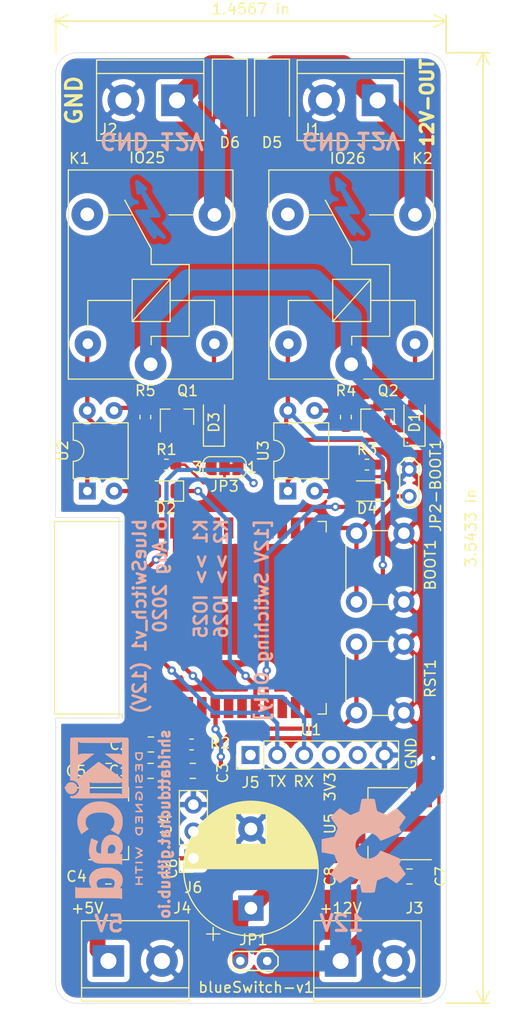
<source format=kicad_pcb>
(kicad_pcb (version 20171130) (host pcbnew "(5.1.6)-1")
  (layers (0 F.Cu signal) (31 B.Cu signal) (34 B.Paste user) (35 F.Paste user) (36 B.SilkS user) (37 F.SilkS user) (38 B.Mask user) (39 F.Mask user) (44 Edge.Cuts user))
  (net 0 "")
  (net 1 "Net-(U1-Pad37)")
  (net 2 "Net-(U1-Pad36)")
  (net 3 "Net-(U1-Pad33)")
  (net 4 "Net-(U1-Pad32)")
  (net 5 "Net-(U1-Pad31)")
  (net 6 "Net-(U1-Pad30)")
  (net 7 "Net-(U1-Pad29)")
  (net 8 "Net-(U1-Pad28)")
  (net 9 "Net-(U1-Pad27)")
  (net 10 "Net-(U1-Pad26)")
  (net 11 "Net-(U1-Pad24)")
  (net 12 "Net-(U1-Pad23)")
  (net 13 "Net-(U1-Pad22)")
  (net 14 "Net-(U1-Pad21)")
  (net 15 "Net-(U1-Pad20)")
  (net 16 "Net-(U1-Pad19)")
  (net 17 "Net-(U1-Pad18)")
  (net 18 "Net-(U1-Pad17)")
  (net 19 "Net-(U1-Pad16)")
  (net 20 "Net-(U1-Pad14)")
  (net 21 "Net-(U1-Pad13)")
  (net 22 "Net-(U1-Pad12)")
  (net 23 "Net-(U1-Pad9)")
  (net 24 "Net-(U1-Pad8)")
  (net 25 "Net-(U1-Pad6)")
  (net 26 "Net-(U1-Pad5)")
  (net 27 "Net-(U1-Pad4)")
  (net 28 "Net-(D1-Pad2)")
  (net 29 "Net-(D2-Pad2)")
  (net 30 GND)
  (net 31 "Net-(Q1-Pad1)")
  (net 32 +5V)
  (net 33 "Net-(R1-Pad1)")
  (net 34 +3V3)
  (net 35 /EN)
  (net 36 /IO0)
  (net 37 "Net-(D3-Pad2)")
  (net 38 "Net-(D4-Pad2)")
  (net 39 "Net-(Q2-Pad1)")
  (net 40 "Net-(R3-Pad1)")
  (net 41 +12V)
  (net 42 "Net-(K1-Pad4)")
  (net 43 "Net-(K2-Pad4)")
  (net 44 "Net-(D5-Pad1)")
  (net 45 "Net-(D6-Pad1)")
  (net 46 IO26)
  (net 47 IO25)
  (net 48 "Net-(J5-Pad5)")
  (net 49 3V3)
  (net 50 RX0)
  (net 51 TX0)
  (net 52 "Net-(J5-Pad1)")
  (net 53 "Net-(R4-Pad2)")
  (net 54 "Net-(R5-Pad2)")
  (net 55 OPTO_VCC)
  (net 56 ADC1_7)
  (module Symbol:Symbol_Highvoltage_Type1_CopperTop_Small (layer B.Cu) (at 127 83.975)
    (fp_text reference REF**)
    (fp_text value Symbol_Highvoltage_Type1_CopperTop_Small)
    (fp_line (start -0.127 -1.524) (end -0.254 -1.016) (layer B.Cu) (width 0.381))
    (fp_line (start 1.016 0.762) (end -0.127 -1.524) (layer B.Cu) (width 0.381))
    (fp_line (start -0.381 0.762) (end 1.016 0.762) (layer B.Cu) (width 0.381))
    (fp_line (start 1.143 3.048) (end -0.381 0.762) (layer B.Cu) (width 0.381))
    (fp_line (start 1.397 2.667) (end 1.27 3.175) (layer B.Cu) (width 0.381))
    (fp_line (start 2.159 3.175) (end 1.397 2.667) (layer B.Cu) (width 0.381))
    (fp_line (start 0.381 1.143) (end 2.159 3.175) (layer B.Cu) (width 0.381))
    (fp_line (start 1.651 1.143) (end 0.381 1.143) (layer B.Cu) (width 0.381))
    (fp_line (start -0.127 -1.651) (end 1.651 1.143) (layer B.Cu) (width 0.381))
    (fp_line (start 0.381 -1.397) (end -0.127 -1.651) (layer B.Cu) (width 0.381))
    (fp_line (start -0.381 -2.032) (end 0.381 -1.397) (layer B.Cu) (width 0.381))
    (fp_line (start -0.254 -1.016) (end -0.381 -2.032) (layer B.Cu) (width 0.381))
    (fp_line (start 0 0.889) (end 1.27 0.889) (layer B.Cu) (width 0.381))
    (fp_line (start 1.397 2.794) (end 0 0.889) (layer B.Cu) (width 0.381))
  )
  (module Symbol:Symbol_Highvoltage_Type1_CopperTop_Small (layer B.Cu) (at 108.1 84.275)
    (fp_text reference REF**)
    (fp_text value Symbol_Highvoltage_Type1_CopperTop_Small)
    (fp_line (start -0.127 -1.524) (end -0.254 -1.016) (layer B.Cu) (width 0.381))
    (fp_line (start 1.016 0.762) (end -0.127 -1.524) (layer B.Cu) (width 0.381))
    (fp_line (start -0.381 0.762) (end 1.016 0.762) (layer B.Cu) (width 0.381))
    (fp_line (start 1.143 3.048) (end -0.381 0.762) (layer B.Cu) (width 0.381))
    (fp_line (start 1.397 2.667) (end 1.27 3.175) (layer B.Cu) (width 0.381))
    (fp_line (start 2.159 3.175) (end 1.397 2.667) (layer B.Cu) (width 0.381))
    (fp_line (start 0.381 1.143) (end 2.159 3.175) (layer B.Cu) (width 0.381))
    (fp_line (start 1.651 1.143) (end 0.381 1.143) (layer B.Cu) (width 0.381))
    (fp_line (start -0.127 -1.651) (end 1.651 1.143) (layer B.Cu) (width 0.381))
    (fp_line (start 0.381 -1.397) (end -0.127 -1.651) (layer B.Cu) (width 0.381))
    (fp_line (start -0.381 -2.032) (end 0.381 -1.397) (layer B.Cu) (width 0.381))
    (fp_line (start -0.254 -1.016) (end -0.381 -2.032) (layer B.Cu) (width 0.381))
    (fp_line (start 0 0.889) (end 1.27 0.889) (layer B.Cu) (width 0.381))
    (fp_line (start 1.397 2.794) (end 0 0.889) (layer B.Cu) (width 0.381))
  )
  (module Symbol:OSHW-Symbol_8.9x8mm_SilkScreen (layer B.Cu) (at 129.2 145.075 270)
    (fp_text reference REF** hide)
    (fp_text value OSHW-Symbol_8.9x8mm_SilkScreen hide)
  )
  (module Symbol:KiCad-Logo2_6mm_SilkScreen (layer B.Cu) (at 103.9 142.5 270)
    (fp_text reference REF** hide)
    (fp_text value KiCad-Logo2_6mm_SilkScreen hide)
  )
  (module Connector_PinSocket_2.54mm:PinSocket_1x03_P2.54mm_Vertical (layer F.Cu) (at 113.05 146.275 180)
    (fp_text reference J6 (at 0 -2.77) (layer F.SilkS))
    (fp_text value Conn_01x03_Male)
    (pad 3 thru_hole oval (at 0 5.08 180) (size 1.7 1.7) (drill 1) (layers *.Cu *.Mask) (net 30 GND))
    (pad 2 thru_hole oval (at 0 2.54 180) (size 1.7 1.7) (drill 1) (layers *.Cu *.Mask) (net 56 ADC1_7))
    (pad 1 thru_hole rect (at 0 0 180) (size 1.7 1.7) (drill 1) (layers *.Cu *.Mask) (net 34 +3V3))
  )
  (module Jumper:SolderJumper-3_P1.3mm_Bridged12_RoundedPad1.0x1.5mm_NumberLabels (layer F.Cu) (at 116 109.25 180)
    (fp_text reference JP3 (at 0 -1.8) (layer F.SilkS))
    (fp_text value Jumper_NC_Dual)
    (fp_poly (pts (xy -0.9 -0.3) (xy -0.4 -0.3) (xy -0.4 0.3) (xy -0.9 0.3)) (layer F.Cu) (width 0))
    (fp_text user 1 (at -2.6 0) (layer F.SilkS))
    (fp_text user 3 (at 2.6 0) (layer F.SilkS))
    (pad 1 smd custom (at -1.3 0 180) (size 1 0.5) (layers F.Cu F.Mask) (net 34 +3V3) (options (clearance outline) (anchor rect)) (primitives (gr_poly (pts (xy 0.55 -0.75) (xy 0 -0.75) (xy 0 0.75) (xy 0.55 0.75)) (width 0)) (gr_circle (center 0 0.25) (end 0.5 0.25) (width 0)) (gr_circle (center 0 -0.25) (end 0.5 -0.25) (width 0))))
    (pad 2 smd rect (at 0 0 180) (size 1 1.5) (layers F.Cu F.Mask) (net 55 OPTO_VCC))
    (pad 3 smd custom (at 1.3 0 180) (size 1 0.5) (layers F.Cu F.Mask) (net 32 +5V) (options (clearance outline) (anchor rect)) (primitives (gr_circle (center 0 0.25) (end 0.5 0.25) (width 0)) (gr_circle (center 0 -0.25) (end 0.5 -0.25) (width 0)) (gr_poly (pts (xy -0.55 -0.75) (xy 0 -0.75) (xy 0 0.75) (xy -0.55 0.75)) (width 0))))
  )
  (module Package_TO_SOT_SMD:SOT-223-3_TabPin2 (layer F.Cu) (at 131.5 143 180)
    (fp_text reference U5 (at 5.5 0 90) (layer F.SilkS))
    (fp_text value LM1117-5.0)
    (pad 1 smd rect (at -3.15 -2.3 180) (size 2 1.5) (layers F.Cu F.Paste F.Mask) (net 30 GND))
    (pad 3 smd rect (at -3.15 2.3 180) (size 2 1.5) (layers F.Cu F.Paste F.Mask) (net 41 +12V))
    (pad 2 smd rect (at -3.15 0 180) (size 2 1.5) (layers F.Cu F.Paste F.Mask) (net 32 +5V))
    (pad 2 smd rect (at 3.15 0 180) (size 2 3.8) (layers F.Cu F.Paste F.Mask) (net 32 +5V))
  )
  (module Resistor_SMD:R_0603_1608Metric_Pad1.05x0.95mm_HandSolder (layer F.Cu) (at 108.5 104.5 90)
    (fp_text reference R5 (at 2.5 0 180) (layer F.SilkS))
    (fp_text value 500)
    (pad 2 smd roundrect (at 0.875 0 90) (size 1.05 0.95) (layers F.Cu F.Paste F.Mask) (net 54 "Net-(R5-Pad2)"))
    (pad 1 smd roundrect (at -0.875 0 90) (size 1.05 0.95) (layers F.Cu F.Paste F.Mask) (net 31 "Net-(Q1-Pad1)"))
  )
  (module Resistor_SMD:R_0603_1608Metric_Pad1.05x0.95mm_HandSolder (layer F.Cu) (at 127.5 104.5 90)
    (fp_text reference R4 (at 2.5 0 180) (layer F.SilkS))
    (fp_text value 500)
    (pad 2 smd roundrect (at 0.875 0 90) (size 1.05 0.95) (layers F.Cu F.Paste F.Mask) (net 53 "Net-(R4-Pad2)"))
    (pad 1 smd roundrect (at -0.875 0 90) (size 1.05 0.95) (layers F.Cu F.Paste F.Mask) (net 39 "Net-(Q2-Pad1)"))
  )
  (module Capacitor_SMD:C_0805_2012Metric_Pad1.15x1.40mm_HandSolder (layer F.Cu) (at 129.025 148)
    (fp_text reference C8 (at -3.025 0 90) (layer F.SilkS))
    (fp_text value 1uF)
    (pad 2 smd roundrect (at 1.025 0) (size 1.15 1.4) (layers F.Cu F.Paste F.Mask) (roundrect_rratio 0.217391) (net 30 GND))
    (pad 1 smd roundrect (at -1.025 0) (size 1.15 1.4) (layers F.Cu F.Paste F.Mask) (roundrect_rratio 0.217391) (net 32 +5V))
  )
  (module Capacitor_SMD:C_0805_2012Metric_Pad1.15x1.40mm_HandSolder (layer F.Cu) (at 133.525 148)
    (fp_text reference C7 (at 2.975 0 270) (layer F.SilkS))
    (fp_text value 1uF)
    (pad 2 smd roundrect (at 1.025 0) (size 1.15 1.4) (layers F.Cu F.Paste F.Mask) (roundrect_rratio 0.217391) (net 30 GND))
    (pad 1 smd roundrect (at -1.025 0) (size 1.15 1.4) (layers F.Cu F.Paste F.Mask) (roundrect_rratio 0.217391) (net 41 +12V))
  )
  (module TestPoint:TestPoint_2Pads_Pitch2.54mm_Drill0.8mm (layer F.Cu) (at 133.5 112 90)
    (fp_text reference JP2-BOOT1 (at 1 2.5 90) (layer F.SilkS))
    (fp_text value Jumper)
    (pad 2 thru_hole circle (at 2.54 0 90) (size 1.4 1.4) (drill 0.8) (layers *.Cu *.Mask) (net 30 GND))
    (pad 1 thru_hole circle (at 0 0 90) (size 1.4 1.4) (drill 0.8) (layers *.Cu *.Mask) (net 36 /IO0))
  )
  (module Connector_PinHeader_2.54mm:PinHeader_1x06_P2.54mm_Vertical (layer F.Cu) (at 118.46 136.5 90)
    (fp_text reference J5 (at -2.6 0.015 180) (layer F.SilkS))
    (fp_text value Conn_01x06_Female)
    (pad 6 thru_hole oval (at 0 12.7 90) (size 1.7 1.7) (drill 1) (layers *.Cu *.Mask) (net 30 GND))
    (pad 5 thru_hole oval (at 0 10.16 90) (size 1.7 1.7) (drill 1) (layers *.Cu *.Mask) (net 48 "Net-(J5-Pad5)"))
    (pad 4 thru_hole oval (at 0 7.62 90) (size 1.7 1.7) (drill 1) (layers *.Cu *.Mask) (net 49 3V3))
    (pad 3 thru_hole oval (at 0 5.08 90) (size 1.7 1.7) (drill 1) (layers *.Cu *.Mask) (net 50 RX0))
    (pad 2 thru_hole oval (at 0 2.54 90) (size 1.7 1.7) (drill 1) (layers *.Cu *.Mask) (net 51 TX0))
    (pad 1 thru_hole rect (at 0 0 90) (size 1.7 1.7) (drill 1) (layers *.Cu *.Mask) (net 52 "Net-(J5-Pad1)"))
  )
  (module Diode_SMD:D_SMA (layer F.Cu) (at 116.5 74 270)
    (fp_text reference D6 (at 4.5 0 180) (layer F.SilkS))
    (fp_text value US1M)
    (pad 2 smd rect (at 2 0 270) (size 2.5 1.8) (layers F.Cu F.Paste F.Mask) (net 30 GND))
    (pad 1 smd rect (at -2 0 270) (size 2.5 1.8) (layers F.Cu F.Paste F.Mask) (net 45 "Net-(D6-Pad1)"))
  )
  (module Diode_SMD:D_SMA (layer F.Cu) (at 120.5 74 270)
    (fp_text reference D5 (at 4.5 0 180) (layer F.SilkS))
    (fp_text value US1M)
    (pad 2 smd rect (at 2 0 270) (size 2.5 1.8) (layers F.Cu F.Paste F.Mask) (net 30 GND))
    (pad 1 smd rect (at -2 0 270) (size 2.5 1.8) (layers F.Cu F.Paste F.Mask) (net 44 "Net-(D5-Pad1)"))
  )
  (module Package_TO_SOT_SMD:SOT-223-3_TabPin2 (layer F.Cu) (at 105 143)
    (fp_text reference U4 (at 5.475 0.05 270) (layer F.SilkS))
    (fp_text value LM1117-3.3)
    (pad 1 smd rect (at -3.15 -2.3) (size 2 1.5) (layers F.Cu F.Paste F.Mask) (net 30 GND))
    (pad 3 smd rect (at -3.15 2.3) (size 2 1.5) (layers F.Cu F.Paste F.Mask) (net 32 +5V))
    (pad 2 smd rect (at -3.15 0) (size 2 1.5) (layers F.Cu F.Paste F.Mask) (net 34 +3V3))
    (pad 2 smd rect (at 3.15 0) (size 2 3.8) (layers F.Cu F.Paste F.Mask) (net 34 +3V3))
  )
  (module TestPoint:TestPoint_2Pads_Pitch2.54mm_Drill0.8mm (layer F.Cu) (at 120.04 156 180)
    (fp_text reference JP1 (at 1.3 2) (layer F.SilkS))
    (fp_text value Jumper)
    (pad 2 thru_hole circle (at 2.54 0 180) (size 1.4 1.4) (drill 0.8) (layers *.Cu *.Mask) (net 32 +5V))
    (pad 1 thru_hole circle (at 0 0 180) (size 1.4 1.4) (drill 0.8) (layers *.Cu *.Mask) (net 41 +12V))
  )
  (module TerminalBlock:TerminalBlock_bornier-2_P5.08mm (layer F.Cu) (at 105 156)
    (fp_text reference J4 (at 7 -5) (layer F.SilkS))
    (fp_text value Screw_Terminal_01x02)
    (pad 2 thru_hole circle (at 5.08 0) (size 3 3) (drill 1.52) (layers *.Cu *.Mask) (net 30 GND))
    (pad 1 thru_hole rect (at 0 0) (size 3 3) (drill 1.52) (layers *.Cu *.Mask) (net 32 +5V))
  )
  (module TerminalBlock:TerminalBlock_bornier-2_P5.08mm (layer F.Cu) (at 127 156)
    (fp_text reference J3 (at 7 -5) (layer F.SilkS))
    (fp_text value Screw_Terminal_01x02)
    (pad 2 thru_hole circle (at 5.08 0) (size 3 3) (drill 1.52) (layers *.Cu *.Mask) (net 30 GND))
    (pad 1 thru_hole rect (at 0 0) (size 3 3) (drill 1.52) (layers *.Cu *.Mask) (net 41 +12V))
  )
  (module TerminalBlock:TerminalBlock_bornier-2_P5.08mm (layer F.Cu) (at 111.5 74.5 180)
    (fp_text reference J2 (at 6.5 -2.75) (layer F.SilkS))
    (fp_text value Screw_Terminal_01x02)
    (pad 2 thru_hole circle (at 5.08 0 180) (size 3 3) (drill 1.52) (layers *.Cu *.Mask) (net 30 GND))
    (pad 1 thru_hole rect (at 0 0 180) (size 3 3) (drill 1.52) (layers *.Cu *.Mask) (net 45 "Net-(D6-Pad1)"))
  )
  (module TerminalBlock:TerminalBlock_bornier-2_P5.08mm (layer F.Cu) (at 130.5 74.5 180)
    (fp_text reference J1 (at 6.25 -2.75) (layer F.SilkS))
    (fp_text value Screw_Terminal_01x02)
    (pad 2 thru_hole circle (at 5.08 0 180) (size 3 3) (drill 1.52) (layers *.Cu *.Mask) (net 30 GND))
    (pad 1 thru_hole rect (at 0 0 180) (size 3 3) (drill 1.52) (layers *.Cu *.Mask) (net 44 "Net-(D5-Pad1)"))
  )
  (module Capacitor_THT:CP_Radial_D12.5mm_P7.50mm (layer F.Cu) (at 118.5 151 90)
    (fp_text reference C6 (at 3.75 -7.5 90) (layer F.SilkS))
    (fp_text value CP1)
    (pad 2 thru_hole circle (at 7.5 0 90) (size 2.4 2.4) (drill 1.2) (layers *.Cu *.Mask) (net 30 GND))
    (pad 1 thru_hole rect (at 0 0 90) (size 2.4 2.4) (drill 1.2) (layers *.Cu *.Mask) (net 32 +5V))
  )
  (module Capacitor_SMD:C_0805_2012Metric_Pad1.15x1.40mm_HandSolder (layer F.Cu) (at 105.025 138)
    (fp_text reference C5 (at -3.1 0.025) (layer F.SilkS))
    (fp_text value 1uF)
    (pad 2 smd roundrect (at 1.025 0) (size 1.15 1.4) (layers F.Cu F.Paste F.Mask) (roundrect_rratio 0.217391) (net 30 GND))
    (pad 1 smd roundrect (at -1.025 0) (size 1.15 1.4) (layers F.Cu F.Paste F.Mask) (roundrect_rratio 0.217391) (net 34 +3V3))
  )
  (module Capacitor_SMD:C_0805_2012Metric_Pad1.15x1.40mm_HandSolder (layer F.Cu) (at 105 148)
    (fp_text reference C4 (at -3.025 0) (layer F.SilkS))
    (fp_text value 1uF)
    (pad 2 smd roundrect (at 1.025 0) (size 1.15 1.4) (layers F.Cu F.Paste F.Mask) (roundrect_rratio 0.217391) (net 30 GND))
    (pad 1 smd roundrect (at -1.025 0) (size 1.15 1.4) (layers F.Cu F.Paste F.Mask) (roundrect_rratio 0.217391) (net 32 +5V))
  )
  (module RF_Module:ESP32-WROOM-32 (layer F.Cu) (at 115.755 123.5 90)
    (fp_text reference U1 (at -10.61 8.43) (layer F.SilkS))
    (fp_text value ESP32-WROOM-32)
    (pad 38 smd rect (at 8.5 -8.255 90) (size 2 0.9) (layers F.Cu F.Paste F.Mask) (net 30 GND))
    (pad 37 smd rect (at 8.5 -6.985 90) (size 2 0.9) (layers F.Cu F.Paste F.Mask) (net 1 "Net-(U1-Pad37)"))
    (pad 36 smd rect (at 8.5 -5.715 90) (size 2 0.9) (layers F.Cu F.Paste F.Mask) (net 2 "Net-(U1-Pad36)"))
    (pad 35 smd rect (at 8.5 -4.445 90) (size 2 0.9) (layers F.Cu F.Paste F.Mask) (net 51 TX0))
    (pad 34 smd rect (at 8.5 -3.175 90) (size 2 0.9) (layers F.Cu F.Paste F.Mask) (net 50 RX0))
    (pad 33 smd rect (at 8.5 -1.905 90) (size 2 0.9) (layers F.Cu F.Paste F.Mask) (net 3 "Net-(U1-Pad33)"))
    (pad 32 smd rect (at 8.5 -0.635 90) (size 2 0.9) (layers F.Cu F.Paste F.Mask) (net 4 "Net-(U1-Pad32)"))
    (pad 31 smd rect (at 8.5 0.635 90) (size 2 0.9) (layers F.Cu F.Paste F.Mask) (net 5 "Net-(U1-Pad31)"))
    (pad 30 smd rect (at 8.5 1.905 90) (size 2 0.9) (layers F.Cu F.Paste F.Mask) (net 6 "Net-(U1-Pad30)"))
    (pad 29 smd rect (at 8.5 3.175 90) (size 2 0.9) (layers F.Cu F.Paste F.Mask) (net 7 "Net-(U1-Pad29)"))
    (pad 28 smd rect (at 8.5 4.445 90) (size 2 0.9) (layers F.Cu F.Paste F.Mask) (net 8 "Net-(U1-Pad28)"))
    (pad 27 smd rect (at 8.5 5.715 90) (size 2 0.9) (layers F.Cu F.Paste F.Mask) (net 9 "Net-(U1-Pad27)"))
    (pad 26 smd rect (at 8.5 6.985 90) (size 2 0.9) (layers F.Cu F.Paste F.Mask) (net 10 "Net-(U1-Pad26)"))
    (pad 25 smd rect (at 8.5 8.255 90) (size 2 0.9) (layers F.Cu F.Paste F.Mask) (net 36 /IO0))
    (pad 24 smd rect (at 5.715 9.255 180) (size 2 0.9) (layers F.Cu F.Paste F.Mask) (net 11 "Net-(U1-Pad24)"))
    (pad 23 smd rect (at 4.445 9.255 180) (size 2 0.9) (layers F.Cu F.Paste F.Mask) (net 12 "Net-(U1-Pad23)"))
    (pad 22 smd rect (at 3.175 9.255 180) (size 2 0.9) (layers F.Cu F.Paste F.Mask) (net 13 "Net-(U1-Pad22)"))
    (pad 21 smd rect (at 1.905 9.255 180) (size 2 0.9) (layers F.Cu F.Paste F.Mask) (net 14 "Net-(U1-Pad21)"))
    (pad 20 smd rect (at 0.635 9.255 180) (size 2 0.9) (layers F.Cu F.Paste F.Mask) (net 15 "Net-(U1-Pad20)"))
    (pad 19 smd rect (at -0.635 9.255 180) (size 2 0.9) (layers F.Cu F.Paste F.Mask) (net 16 "Net-(U1-Pad19)"))
    (pad 18 smd rect (at -1.905 9.255 180) (size 2 0.9) (layers F.Cu F.Paste F.Mask) (net 17 "Net-(U1-Pad18)"))
    (pad 17 smd rect (at -3.175 9.255 180) (size 2 0.9) (layers F.Cu F.Paste F.Mask) (net 18 "Net-(U1-Pad17)"))
    (pad 16 smd rect (at -4.445 9.255 180) (size 2 0.9) (layers F.Cu F.Paste F.Mask) (net 19 "Net-(U1-Pad16)"))
    (pad 15 smd rect (at -5.715 9.255 180) (size 2 0.9) (layers F.Cu F.Paste F.Mask) (net 30 GND))
    (pad 14 smd rect (at -8.5 8.255 90) (size 2 0.9) (layers F.Cu F.Paste F.Mask) (net 20 "Net-(U1-Pad14)"))
    (pad 13 smd rect (at -8.5 6.985 90) (size 2 0.9) (layers F.Cu F.Paste F.Mask) (net 21 "Net-(U1-Pad13)"))
    (pad 12 smd rect (at -8.5 5.715 90) (size 2 0.9) (layers F.Cu F.Paste F.Mask) (net 22 "Net-(U1-Pad12)"))
    (pad 11 smd rect (at -8.5 4.445 90) (size 2 0.9) (layers F.Cu F.Paste F.Mask) (net 46 IO26))
    (pad 10 smd rect (at -8.5 3.175 90) (size 2 0.9) (layers F.Cu F.Paste F.Mask) (net 47 IO25))
    (pad 9 smd rect (at -8.5 1.905 90) (size 2 0.9) (layers F.Cu F.Paste F.Mask) (net 23 "Net-(U1-Pad9)"))
    (pad 8 smd rect (at -8.5 0.635 90) (size 2 0.9) (layers F.Cu F.Paste F.Mask) (net 24 "Net-(U1-Pad8)"))
    (pad 7 smd rect (at -8.5 -0.635 90) (size 2 0.9) (layers F.Cu F.Paste F.Mask) (net 56 ADC1_7))
    (pad 6 smd rect (at -8.5 -1.905 90) (size 2 0.9) (layers F.Cu F.Paste F.Mask) (net 25 "Net-(U1-Pad6)"))
    (pad 5 smd rect (at -8.5 -3.175 90) (size 2 0.9) (layers F.Cu F.Paste F.Mask) (net 26 "Net-(U1-Pad5)"))
    (pad 4 smd rect (at -8.5 -4.445 90) (size 2 0.9) (layers F.Cu F.Paste F.Mask) (net 27 "Net-(U1-Pad4)"))
    (pad 3 smd rect (at -8.5 -5.715 90) (size 2 0.9) (layers F.Cu F.Paste F.Mask) (net 35 /EN))
    (pad 2 smd rect (at -8.5 -6.985 90) (size 2 0.9) (layers F.Cu F.Paste F.Mask) (net 34 +3V3))
    (pad 1 smd rect (at -8.5 -8.255 90) (size 2 0.9) (layers F.Cu F.Paste F.Mask) (net 30 GND))
    (pad 39 smd rect (at -1 -0.755 90) (size 5 5) (layers F.Cu F.Paste F.Mask) (net 30 GND))
  )
  (module Button_Switch_THT:SW_PUSH_6mm (layer F.Cu) (at 128.5 122 90)
    (fp_text reference BOOT1 (at 3.5 7 90) (layer F.SilkS))
    (fp_text value SW_Push)
    (pad 1 thru_hole circle (at 6.5 0 180) (size 2 2) (drill 1.1) (layers *.Cu *.Mask) (net 36 /IO0))
    (pad 2 thru_hole circle (at 6.5 4.5 180) (size 2 2) (drill 1.1) (layers *.Cu *.Mask) (net 30 GND))
    (pad 1 thru_hole circle (at 0 0 180) (size 2 2) (drill 1.1) (layers *.Cu *.Mask) (net 36 /IO0))
    (pad 2 thru_hole circle (at 0 4.5 180) (size 2 2) (drill 1.1) (layers *.Cu *.Mask) (net 30 GND))
  )
  (module Button_Switch_THT:SW_PUSH_6mm (layer F.Cu) (at 128.5 132.5 90)
    (fp_text reference RST1 (at 3.25 7 90) (layer F.SilkS))
    (fp_text value SW_Push)
    (pad 1 thru_hole circle (at 6.5 0 180) (size 2 2) (drill 1.1) (layers *.Cu *.Mask) (net 35 /EN))
    (pad 2 thru_hole circle (at 6.5 4.5 180) (size 2 2) (drill 1.1) (layers *.Cu *.Mask) (net 30 GND))
    (pad 1 thru_hole circle (at 0 0 180) (size 2 2) (drill 1.1) (layers *.Cu *.Mask) (net 35 /EN))
    (pad 2 thru_hole circle (at 0 4.5 180) (size 2 2) (drill 1.1) (layers *.Cu *.Mask) (net 30 GND))
  )
  (module Diode_SMD:D_SOD-123 (layer F.Cu) (at 115 105 90)
    (fp_text reference D3 (at 0 0 90) (layer F.SilkS))
    (fp_text value 1N4148W)
    (pad 2 smd rect (at 1.65 0 90) (size 0.9 1.2) (layers F.Cu F.Paste F.Mask) (net 37 "Net-(D3-Pad2)"))
    (pad 1 smd rect (at -1.65 0 90) (size 0.9 1.2) (layers F.Cu F.Paste F.Mask) (net 32 +5V))
  )
  (module Diode_SMD:D_SOD-123 (layer F.Cu) (at 134 105 90)
    (fp_text reference D1 (at 0 0 90) (layer F.SilkS))
    (fp_text value 1N4148W)
    (pad 2 smd rect (at 1.65 0 90) (size 0.9 1.2) (layers F.Cu F.Paste F.Mask) (net 28 "Net-(D1-Pad2)"))
    (pad 1 smd rect (at -1.65 0 90) (size 0.9 1.2) (layers F.Cu F.Paste F.Mask) (net 32 +5V))
  )
  (module Package_DIP:DIP-4_W7.62mm (layer F.Cu) (at 122 111.5 90)
    (fp_text reference U3 (at 3.81 -2.33 90) (layer F.SilkS))
    (fp_text value EL817)
    (pad 4 thru_hole oval (at 7.62 0 90) (size 1.6 1.6) (drill 0.8) (layers *.Cu *.Mask) (net 32 +5V))
    (pad 2 thru_hole oval (at 0 2.54 90) (size 1.6 1.6) (drill 0.8) (layers *.Cu *.Mask) (net 38 "Net-(D4-Pad2)"))
    (pad 3 thru_hole oval (at 7.62 2.54 90) (size 1.6 1.6) (drill 0.8) (layers *.Cu *.Mask) (net 53 "Net-(R4-Pad2)"))
    (pad 1 thru_hole rect (at 0 0 90) (size 1.6 1.6) (drill 0.8) (layers *.Cu *.Mask) (net 40 "Net-(R3-Pad1)"))
  )
  (module Resistor_SMD:R_0603_1608Metric_Pad1.05x0.95mm_HandSolder (layer F.Cu) (at 129.5 109)
    (fp_text reference R3 (at 0 -1.43) (layer F.SilkS))
    (fp_text value 1K)
    (pad 2 smd roundrect (at 0.875 0) (size 1.05 0.95) (layers F.Cu F.Paste F.Mask) (net 55 OPTO_VCC))
    (pad 1 smd roundrect (at -0.875 0) (size 1.05 0.95) (layers F.Cu F.Paste F.Mask) (net 40 "Net-(R3-Pad1)"))
  )
  (module Package_TO_SOT_SMD:SOT-23 (layer F.Cu) (at 130.5 104.5 90)
    (fp_text reference Q2 (at 2.5 1 180) (layer F.SilkS))
    (fp_text value BC817)
    (pad 3 smd rect (at 1 0 90) (size 0.9 0.8) (layers F.Cu F.Paste F.Mask) (net 28 "Net-(D1-Pad2)"))
    (pad 2 smd rect (at -1 0.95 90) (size 0.9 0.8) (layers F.Cu F.Paste F.Mask) (net 30 GND))
    (pad 1 smd rect (at -1 -0.95 90) (size 0.9 0.8) (layers F.Cu F.Paste F.Mask) (net 39 "Net-(Q2-Pad1)"))
  )
  (module Relay_THT:Relay_SPDT_SANYOU_SRD_Series_Form_C (layer F.Cu) (at 128 99.5 90)
    (fp_text reference K2 (at 19.5 6.75 180) (layer F.SilkS))
    (fp_text value SANYOU_SRD_Form_C)
    (pad 1 thru_hole circle (at 0 0 180) (size 3 3) (drill 1.3) (layers *.Cu *.Mask) (net 41 +12V))
    (pad 5 thru_hole circle (at 1.95 -5.95 180) (size 2.5 2.5) (drill 1) (layers *.Cu *.Mask) (net 32 +5V))
    (pad 4 thru_hole circle (at 14.2 -6 180) (size 3 3) (drill 1.3) (layers *.Cu *.Mask) (net 43 "Net-(K2-Pad4)"))
    (pad 3 thru_hole circle (at 14.15 6.05 180) (size 3 3) (drill 1.3) (layers *.Cu *.Mask) (net 44 "Net-(D5-Pad1)"))
    (pad 2 thru_hole circle (at 1.95 6.05 180) (size 2.5 2.5) (drill 1) (layers *.Cu *.Mask) (net 28 "Net-(D1-Pad2)"))
  )
  (module LED_SMD:LED_0805_2012Metric (layer F.Cu) (at 129.5 111.5 180)
    (fp_text reference D4 (at 0 -1.65) (layer F.SilkS))
    (fp_text value LED)
    (pad 2 smd roundrect (at 0.9375 0 180) (size 0.975 1.4) (layers F.Cu F.Paste F.Mask) (net 38 "Net-(D4-Pad2)"))
    (pad 1 smd roundrect (at -0.9375 0 180) (size 0.975 1.4) (layers F.Cu F.Paste F.Mask) (net 46 IO26))
  )
  (module Capacitor_SMD:C_0805_2012Metric_Pad1.15x1.40mm_HandSolder (layer F.Cu) (at 113 138 180)
    (fp_text reference C3 (at -2.825 -0.2 90) (layer F.SilkS))
    (fp_text value 0.1uF)
    (pad 2 smd roundrect (at 1.025 0 180) (size 1.15 1.4) (layers F.Cu F.Paste F.Mask) (roundrect_rratio 0.217391) (net 30 GND))
    (pad 1 smd roundrect (at -1.025 0 180) (size 1.15 1.4) (layers F.Cu F.Paste F.Mask) (roundrect_rratio 0.217391) (net 35 /EN))
  )
  (module Capacitor_SMD:C_0805_2012Metric_Pad1.15x1.40mm_HandSolder (layer F.Cu) (at 109.025 135.5 180)
    (fp_text reference C2 (at 2.975 0) (layer F.SilkS))
    (fp_text value 0.1uF)
    (pad 2 smd roundrect (at 1.025 0 180) (size 1.15 1.4) (layers F.Cu F.Paste F.Mask) (roundrect_rratio 0.217391) (net 30 GND))
    (pad 1 smd roundrect (at -1.025 0 180) (size 1.15 1.4) (layers F.Cu F.Paste F.Mask) (roundrect_rratio 0.217391) (net 34 +3V3))
  )
  (module Capacitor_SMD:C_0805_2012Metric_Pad1.15x1.40mm_HandSolder (layer F.Cu) (at 109 138 180)
    (fp_text reference C1 (at 3 0) (layer F.SilkS))
    (fp_text value 0.1uF)
    (pad 2 smd roundrect (at 1.025 0 180) (size 1.15 1.4) (layers F.Cu F.Paste F.Mask) (roundrect_rratio 0.217391) (net 30 GND))
    (pad 1 smd roundrect (at -1.025 0 180) (size 1.15 1.4) (layers F.Cu F.Paste F.Mask) (roundrect_rratio 0.217391) (net 34 +3V3))
  )
  (module Resistor_SMD:R_0603_1608Metric_Pad1.05x0.95mm_HandSolder (layer F.Cu) (at 112.875 135.5 180)
    (fp_text reference R2 (at -2.7 0.125) (layer F.SilkS))
    (fp_text value 10K)
    (pad 2 smd roundrect (at 0.875 0 180) (size 1.05 0.95) (layers F.Cu F.Paste F.Mask) (net 34 +3V3))
    (pad 1 smd roundrect (at -0.875 0 180) (size 1.05 0.95) (layers F.Cu F.Paste F.Mask) (net 35 /EN))
  )
  (module Package_DIP:DIP-4_W7.62mm (layer F.Cu) (at 103 111.5 90)
    (fp_text reference U2 (at 3.81 -2.33 90) (layer F.SilkS))
    (fp_text value EL817)
    (pad 4 thru_hole oval (at 7.62 0 90) (size 1.6 1.6) (drill 0.8) (layers *.Cu *.Mask) (net 32 +5V))
    (pad 2 thru_hole oval (at 0 2.54 90) (size 1.6 1.6) (drill 0.8) (layers *.Cu *.Mask) (net 29 "Net-(D2-Pad2)"))
    (pad 3 thru_hole oval (at 7.62 2.54 90) (size 1.6 1.6) (drill 0.8) (layers *.Cu *.Mask) (net 54 "Net-(R5-Pad2)"))
    (pad 1 thru_hole rect (at 0 0 90) (size 1.6 1.6) (drill 0.8) (layers *.Cu *.Mask) (net 33 "Net-(R1-Pad1)"))
  )
  (module Resistor_SMD:R_0603_1608Metric_Pad1.05x0.95mm_HandSolder (layer F.Cu) (at 110.5 109)
    (fp_text reference R1 (at 0 -1.43) (layer F.SilkS))
    (fp_text value 1K)
    (pad 2 smd roundrect (at 0.875 0) (size 1.05 0.95) (layers F.Cu F.Paste F.Mask) (net 55 OPTO_VCC))
    (pad 1 smd roundrect (at -0.875 0) (size 1.05 0.95) (layers F.Cu F.Paste F.Mask) (net 33 "Net-(R1-Pad1)"))
  )
  (module Package_TO_SOT_SMD:SOT-23 (layer F.Cu) (at 111.5 104.5 90)
    (fp_text reference Q1 (at 2.5 1 180) (layer F.SilkS))
    (fp_text value BC817)
    (pad 3 smd rect (at 1 0 90) (size 0.9 0.8) (layers F.Cu F.Paste F.Mask) (net 37 "Net-(D3-Pad2)"))
    (pad 2 smd rect (at -1 0.95 90) (size 0.9 0.8) (layers F.Cu F.Paste F.Mask) (net 30 GND))
    (pad 1 smd rect (at -1 -0.95 90) (size 0.9 0.8) (layers F.Cu F.Paste F.Mask) (net 31 "Net-(Q1-Pad1)"))
  )
  (module Relay_THT:Relay_SPDT_SANYOU_SRD_Series_Form_C (layer F.Cu) (at 109 99.5 90)
    (fp_text reference K1 (at 19.5 -6.75 180) (layer F.SilkS))
    (fp_text value SANYOU_SRD_Form_C)
    (pad 1 thru_hole circle (at 0 0 180) (size 3 3) (drill 1.3) (layers *.Cu *.Mask) (net 41 +12V))
    (pad 5 thru_hole circle (at 1.95 -5.95 180) (size 2.5 2.5) (drill 1) (layers *.Cu *.Mask) (net 32 +5V))
    (pad 4 thru_hole circle (at 14.2 -6 180) (size 3 3) (drill 1.3) (layers *.Cu *.Mask) (net 42 "Net-(K1-Pad4)"))
    (pad 3 thru_hole circle (at 14.15 6.05 180) (size 3 3) (drill 1.3) (layers *.Cu *.Mask) (net 45 "Net-(D6-Pad1)"))
    (pad 2 thru_hole circle (at 1.95 6.05 180) (size 2.5 2.5) (drill 1) (layers *.Cu *.Mask) (net 37 "Net-(D3-Pad2)"))
  )
  (module LED_SMD:LED_0805_2012Metric (layer F.Cu) (at 110.4375 111.5 180)
    (fp_text reference D2 (at 0 -1.65) (layer F.SilkS))
    (fp_text value LED)
    (pad 2 smd roundrect (at 0.9375 0 180) (size 0.975 1.4) (layers F.Cu F.Paste F.Mask) (net 29 "Net-(D2-Pad2)"))
    (pad 1 smd roundrect (at -0.9375 0 180) (size 0.975 1.4) (layers F.Cu F.Paste F.Mask) (net 47 IO25))
  )
  (gr_text IO26 (at 127.675 80) (layer F.SilkS) (effects (font (size 1 1))))
  (gr_text IO25 (at 108.675 79.95) (layer F.SilkS) (effects (font (size 1 1))))
  (gr_text GND (at 125.625 78.35 180) (layer B.SilkS) (effects (font (size 1.5 1.5) (thickness 0.3)) (justify mirror)))
  (gr_text GND (at 106.525 78.35 180) (layer B.SilkS) (effects (font (size 1.5 1.5) (thickness 0.3)) (justify mirror)))
  (gr_text 12V (at 130.525 78.3 180) (layer B.SilkS) (effects (font (size 1.5 1.5) (thickness 0.3)) (justify mirror)))
  (gr_text 12V (at 111.925 78.35 180) (layer B.SilkS) (effects (font (size 1.5 1.5) (thickness 0.3)) (justify mirror)))
  (gr_text 12V (at 127.1 152.425) (layer B.SilkS) (effects (font (size 1.5 1.5) (thickness 0.3)) (justify mirror)))
  (gr_text 5V (at 105.05 152.475) (layer B.SilkS) (effects (font (size 1.5 1.5) (thickness 0.3)) (justify mirror)))
  (gr_text "blueSwitch_v1 (12V)\n6 Aug 2020\n\nK1 >> IO25\nK2 >> IO26\n\n[12V Swtiching Only]" (at 113.75 114 90) (layer B.SilkS) (effects (font (size 1.2 1.2) (thickness 0.25)) (justify left mirror)))
  (gr_text shridattdudhat.github.io (at 110.325 143.05 90) (layer B.SilkS) (effects (font (size 1 1) (thickness 0.25)) (justify mirror)))
  (gr_text 12V-OUT (at 135.2 74.725 90) (layer F.SilkS) (effects (font (size 1.2 1.2) (thickness 0.3))))
  (gr_text GND (at 101.75 74.5 90) (layer F.SilkS) (effects (font (size 1.5 1.5) (thickness 0.3))))
  (dimension 37 (width 0.15) (layer F.SilkS) (gr_text "37.000 mm" (at 118.5 65.7) (layer F.SilkS) (effects (font (size 1 1) (thickness 0.15)))) (feature1 (pts (xy 137 70) (xy 137 66.413579))) (feature2 (pts (xy 100 70) (xy 100 66.413579))) (crossbar (pts (xy 100 67) (xy 137 67))) (arrow1a (pts (xy 137 67) (xy 135.873496 67.586421))) (arrow1b (pts (xy 137 67) (xy 135.873496 66.413579))) (arrow2a (pts (xy 100 67) (xy 101.126504 67.586421))) (arrow2b (pts (xy 100 67) (xy 101.126504 66.413579))))
  (dimension 90 (width 0.15) (layer F.SilkS) (gr_text "90.000 mm" (at 141.8 115 90) (layer F.SilkS) (effects (font (size 1 1) (thickness 0.15)))) (feature1 (pts (xy 137 70) (xy 141.086421 70))) (feature2 (pts (xy 137 160) (xy 141.086421 160))) (crossbar (pts (xy 140.5 160) (xy 140.5 70))) (arrow1a (pts (xy 140.5 70) (xy 141.086421 71.126504))) (arrow1b (pts (xy 140.5 70) (xy 139.913579 71.126504))) (arrow2a (pts (xy 140.5 160) (xy 141.086421 158.873496))) (arrow2b (pts (xy 140.5 160) (xy 139.913579 158.873496))))
  (gr_arc (start 102 158) (end 100 158) (angle -90) (layer Edge.Cuts) (width 0.05))
  (gr_arc (start 135 158) (end 135 160) (angle -90) (layer Edge.Cuts) (width 0.05))
  (gr_arc (start 135 72) (end 137 72) (angle -90) (layer Edge.Cuts) (width 0.05))
  (gr_arc (start 102 72) (end 102 70) (angle -90) (layer Edge.Cuts) (width 0.05))
  (gr_line (start 102 160) (end 135 160) (layer Edge.Cuts) (width 0.05))
  (gr_text +12V (at 127 151) (layer F.SilkS) (effects (font (size 1 1))))
  (gr_text +5V (at 103 151) (layer F.SilkS) (effects (font (size 1 1))))
  (gr_text blueSwitch-v1 (at 119 158.5) (layer F.SilkS) (effects (font (size 1 1))))
  (gr_text GND (at 133.675 136.35 90) (layer F.SilkS) (effects (font (size 1 1))))
  (gr_text 3V3 (at 126 139.5 90) (layer F.SilkS) (effects (font (size 1 1))))
  (gr_text RX (at 123.5 139) (layer F.SilkS) (effects (font (size 1 1))))
  (gr_text TX (at 121 139) (layer F.SilkS) (effects (font (size 1 1))))
  (gr_line (start 137 158) (end 137 146.5) (layer Edge.Cuts) (width 0.05))
  (gr_line (start 100 146.5) (end 100 158) (layer Edge.Cuts) (width 0.05))
  (gr_line (start 100 133) (end 100 146.5) (layer Edge.Cuts) (width 0.05))
  (gr_line (start 100 101.5) (end 100 114) (layer Edge.Cuts) (width 0.05))
  (gr_line (start 106 114) (end 100 114) (layer Edge.Cuts) (width 0.05))
  (gr_line (start 106 133) (end 106 114) (layer Edge.Cuts) (width 0.05))
  (gr_line (start 100 133) (end 106 133) (layer Edge.Cuts) (width 0.05))
  (gr_line (start 137 134.5) (end 137 146.5) (layer Edge.Cuts) (width 0.05))
  (gr_line (start 137 101.5) (end 137 134.5) (layer Edge.Cuts) (width 0.05))
  (gr_line (start 137 72) (end 137 101.5) (layer Edge.Cuts) (width 0.05))
  (gr_line (start 102 70) (end 135 70) (layer Edge.Cuts) (width 0.05))
  (gr_line (start 100 101.5) (end 100 72) (layer Edge.Cuts) (width 0.05))
  (segment (start 133.85 103.5) (end 134 103.35) (width 0.4) (layer F.Cu) (net 28))
  (segment (start 129.5 103.5) (end 133.85 103.5) (width 0.4) (layer F.Cu) (net 28))
  (segment (start 134.05 103.3) (end 134 103.35) (width 0.4) (layer F.Cu) (net 28))
  (segment (start 134.05 97.55) (end 134.05 103.3) (width 0.4) (layer F.Cu) (net 28))
  (segment (start 105.54 111.5) (end 109.5 111.5) (width 0.4) (layer F.Cu) (net 29))
  (segment (start 108.625 105.5) (end 108.5 105.375) (width 0.4) (layer F.Cu) (net 31))
  (segment (start 110.55 105.5) (end 108.625 105.5) (width 0.4) (layer F.Cu) (net 31))
  (segment (start 103 97.6) (end 103.05 97.55) (width 0.4) (layer F.Cu) (net 32))
  (segment (start 103 103.88) (end 103 97.6) (width 0.4) (layer F.Cu) (net 32))
  (segment (start 115 106.65) (end 105.15 106.65) (width 0.4) (layer F.Cu) (net 32))
  (segment (start 103 104.5) (end 103 103.88) (width 0.4) (layer F.Cu) (net 32))
  (segment (start 105.15 106.65) (end 103 104.5) (width 0.4) (layer F.Cu) (net 32))
  (segment (start 122 97.6) (end 122.05 97.55) (width 0.4) (layer F.Cu) (net 32))
  (segment (start 122 103.88) (end 122 97.6) (width 0.4) (layer F.Cu) (net 32))
  (segment (start 134 106.65) (end 121.85 106.65) (width 0.4) (layer F.Cu) (net 32))
  (segment (start 128 143.35) (end 128.35 143) (width 1.5) (layer F.Cu) (net 32))
  (segment (start 128 148) (end 128 143.35) (width 1.5) (layer F.Cu) (net 32))
  (segment (start 128.35 143) (end 134.65 143) (width 1.5) (layer F.Cu) (net 32))
  (segment (start 128.35 143) (end 128.35 141.15) (width 0.4) (layer F.Cu) (net 32))
  (segment (start 128.35 141.15) (end 130.5 139) (width 0.4) (layer F.Cu) (net 32))
  (segment (start 130.5 139) (end 132 139) (width 0.4) (layer F.Cu) (net 32))
  (segment (start 132 139) (end 133 138) (width 0.4) (layer F.Cu) (net 32))
  (segment (start 133 138) (end 133 135.5) (width 0.4) (layer F.Cu) (net 32))
  (segment (start 133 135.5) (end 131 133.5) (width 0.4) (layer F.Cu) (net 32))
  (via (at 131 118.5) (size 0.8) (drill 0.4) (layers F.Cu B.Cu) (net 32))
  (segment (start 131 133.5) (end 131 118.5) (width 0.4) (layer F.Cu) (net 32))
  (segment (start 131 118.5) (end 131 108.5) (width 0.4) (layer B.Cu) (net 32))
  (segment (start 131 108.5) (end 129 106.5) (width 0.4) (layer B.Cu) (net 32))
  (segment (start 124.62 106.5) (end 122 103.88) (width 0.4) (layer B.Cu) (net 32))
  (segment (start 129 106.5) (end 124.62 106.5) (width 0.4) (layer B.Cu) (net 32))
  (segment (start 103.975 148) (end 103 148) (width 1) (layer F.Cu) (net 32))
  (segment (start 101.85 146.85) (end 101.85 145.3) (width 1) (layer F.Cu) (net 32))
  (segment (start 103 148) (end 101.85 146.85) (width 1) (layer F.Cu) (net 32))
  (segment (start 121.5 148) (end 118.5 151) (width 1.5) (layer F.Cu) (net 32))
  (segment (start 128 148) (end 121.5 148) (width 1.5) (layer F.Cu) (net 32))
  (segment (start 105 156) (end 103.975 154.975) (width 1.5) (layer F.Cu) (net 32))
  (segment (start 104 151) (end 103.975 150.975) (width 1.5) (layer F.Cu) (net 32))
  (segment (start 118.5 151) (end 104 151) (width 1.5) (layer F.Cu) (net 32))
  (segment (start 103.975 154.975) (end 103.975 150.975) (width 1.5) (layer F.Cu) (net 32))
  (segment (start 103.975 150.975) (end 103.975 148) (width 1.5) (layer F.Cu) (net 32))
  (segment (start 117.5 152) (end 118.5 151) (width 1.5) (layer F.Cu) (net 32))
  (segment (start 117.5 156) (end 117.5 152) (width 1.5) (layer F.Cu) (net 32))
  (segment (start 114.7 106.95) (end 115 106.65) (width 0.4) (layer F.Cu) (net 32))
  (segment (start 114.7 109.25) (end 114.7 106.95) (width 0.4) (layer F.Cu) (net 32))
  (segment (start 115 106.65) (end 121.85 106.65) (width 0.4) (layer F.Cu) (net 32))
  (segment (start 121.85 104.03) (end 122 103.88) (width 0.4) (layer F.Cu) (net 32))
  (segment (start 121.85 106.65) (end 121.85 104.03) (width 0.4) (layer F.Cu) (net 32))
  (segment (start 103 111.5) (end 103 110) (width 0.4) (layer F.Cu) (net 33))
  (segment (start 104 109) (end 109.625 109) (width 0.4) (layer F.Cu) (net 33))
  (segment (start 103 110) (end 104 109) (width 0.4) (layer F.Cu) (net 33))
  (segment (start 104 138) (end 104 143) (width 0.4) (layer F.Cu) (net 34))
  (segment (start 101.85 143) (end 104 143) (width 0.4) (layer F.Cu) (net 34))
  (segment (start 104 143) (end 108.15 143) (width 0.4) (layer F.Cu) (net 34))
  (segment (start 110.025 135.525) (end 110.05 135.5) (width 1) (layer F.Cu) (net 34))
  (segment (start 110.025 138) (end 110.025 135.525) (width 1) (layer F.Cu) (net 34))
  (segment (start 104 142.5) (end 104.5 143) (width 1) (layer F.Cu) (net 34))
  (segment (start 104 138) (end 104 142.5) (width 1) (layer F.Cu) (net 34))
  (segment (start 101.85 143) (end 104.5 143) (width 1) (layer F.Cu) (net 34))
  (segment (start 104.5 143) (end 108.15 143) (width 1) (layer F.Cu) (net 34))
  (segment (start 110.025 141.125) (end 110.025 138) (width 1) (layer F.Cu) (net 34))
  (segment (start 108.15 143) (end 110.025 141.125) (width 1) (layer F.Cu) (net 34))
  (segment (start 108.77 132) (end 108.77 133.73) (width 1) (layer F.Cu) (net 34))
  (segment (start 110.05 135.43148) (end 110.05 135.5) (width 1) (layer F.Cu) (net 34))
  (segment (start 108.77 133.73) (end 110.05 135.43148) (width 1) (layer F.Cu) (net 34))
  (segment (start 112 135.5) (end 110.05 135.5) (width 0.4) (layer F.Cu) (net 34))
  (segment (start 108.77 132) (end 108.77 118.73) (width 0.4) (layer F.Cu) (net 34))
  (via (at 109.5 118) (size 0.8) (drill 0.4) (layers F.Cu B.Cu) (net 34))
  (segment (start 108.77 118.73) (end 109.5 118) (width 0.4) (layer F.Cu) (net 34))
  (segment (start 109.5 118) (end 110.5 117) (width 0.4) (layer B.Cu) (net 34))
  (segment (start 110.5 117) (end 110.5 110.5) (width 0.4) (layer B.Cu) (net 34))
  (via (at 118.75 110.75) (size 0.8) (drill 0.4) (layers F.Cu B.Cu) (net 34))
  (segment (start 117.3 109.25) (end 117.3 109.3) (width 0.4) (layer F.Cu) (net 34))
  (segment (start 117.3 109.3) (end 118.75 110.75) (width 0.4) (layer F.Cu) (net 34))
  (segment (start 118.75 110.75) (end 117.5 109.5) (width 0.4) (layer B.Cu) (net 34))
  (segment (start 111.5 109.5) (end 110.5 110.5) (width 0.4) (layer B.Cu) (net 34))
  (segment (start 117.5 109.5) (end 111.5 109.5) (width 0.4) (layer B.Cu) (net 34))
  (segment (start 113.05 146.275) (end 108.95 146.275) (width 0.4) (layer F.Cu) (net 34))
  (segment (start 108.15 145.475) (end 108.15 143) (width 0.4) (layer F.Cu) (net 34))
  (segment (start 108.95 146.275) (end 108.15 145.475) (width 0.4) (layer F.Cu) (net 34))
  (segment (start 110.04 132) (end 110.04 133.54) (width 0.4) (layer F.Cu) (net 35))
  (segment (start 110.04 133.54) (end 110.5 134) (width 0.4) (layer F.Cu) (net 35))
  (segment (start 110.5 134) (end 113 134) (width 0.4) (layer F.Cu) (net 35))
  (segment (start 113.75 134.75) (end 113.75 135.5) (width 0.4) (layer F.Cu) (net 35))
  (segment (start 113 134) (end 113.75 134.75) (width 0.4) (layer F.Cu) (net 35))
  (segment (start 113.75 137.725) (end 114.025 138) (width 0.4) (layer F.Cu) (net 35))
  (segment (start 113.75 135.5) (end 113.75 137.725) (width 0.4) (layer F.Cu) (net 35))
  (segment (start 128.5 126) (end 128.5 132.5) (width 0.4) (layer F.Cu) (net 35))
  (segment (start 113.75 135.5) (end 115.5 135.5) (width 0.4) (layer F.Cu) (net 35))
  (segment (start 115.5 135.5) (end 117 134) (width 0.4) (layer F.Cu) (net 35))
  (segment (start 127 134) (end 128.5 132.5) (width 0.4) (layer F.Cu) (net 35))
  (segment (start 117 134) (end 127 134) (width 0.4) (layer F.Cu) (net 35))
  (segment (start 128 115) (end 128.5 115.5) (width 0.4) (layer F.Cu) (net 36))
  (segment (start 124.01 115) (end 128 115) (width 0.4) (layer F.Cu) (net 36))
  (segment (start 132 112) (end 128.5 115.5) (width 0.4) (layer F.Cu) (net 36))
  (segment (start 133.5 112) (end 132 112) (width 0.4) (layer F.Cu) (net 36))
  (segment (start 128.5 115.5) (end 128.5 122) (width 0.4) (layer F.Cu) (net 36))
  (segment (start 115 97.6) (end 115.05 97.55) (width 0.4) (layer F.Cu) (net 37))
  (segment (start 115 103.35) (end 115 97.6) (width 0.4) (layer F.Cu) (net 37))
  (segment (start 114.85 103.5) (end 115 103.35) (width 0.4) (layer F.Cu) (net 37))
  (segment (start 111.5 103.5) (end 114.85 103.5) (width 0.4) (layer F.Cu) (net 37))
  (segment (start 124.54 111.5) (end 128.5625 111.5) (width 0.4) (layer F.Cu) (net 38))
  (segment (start 129.425 105.375) (end 129.55 105.5) (width 0.4) (layer F.Cu) (net 39))
  (segment (start 127.5 105.375) (end 129.425 105.375) (width 0.4) (layer F.Cu) (net 39))
  (segment (start 122 111.5) (end 122 110.5) (width 0.4) (layer F.Cu) (net 40))
  (segment (start 123.5 109) (end 128.625 109) (width 0.4) (layer F.Cu) (net 40))
  (segment (start 122 110.5) (end 123.5 109) (width 0.4) (layer F.Cu) (net 40))
  (segment (start 128 99.5) (end 128 95) (width 2) (layer B.Cu) (net 41))
  (segment (start 128 95) (end 124.5 91.5) (width 2) (layer B.Cu) (net 41))
  (segment (start 124.5 91.5) (end 112.5 91.5) (width 2) (layer B.Cu) (net 41))
  (segment (start 109 95) (end 109 99.5) (width 2) (layer B.Cu) (net 41))
  (segment (start 112.5 91.5) (end 109 95) (width 2) (layer B.Cu) (net 41))
  (segment (start 135.77499 107.27499) (end 128 99.5) (width 2) (layer B.Cu) (net 41))
  (via (at 135.77499 136.77499) (size 0.8) (drill 0.4) (layers F.Cu B.Cu) (net 41))
  (segment (start 134.65 137.89998) (end 135.77499 136.77499) (width 1) (layer F.Cu) (net 41))
  (segment (start 134.65 140.7) (end 134.65 137.89998) (width 1) (layer F.Cu) (net 41))
  (segment (start 135.77499 136.77499) (end 135.77499 107.27499) (width 2) (layer B.Cu) (net 41))
  (segment (start 135.77499 139.5) (end 135.77499 136.77499) (width 2) (layer B.Cu) (net 41))
  (segment (start 127 156) (end 127 148.27499) (width 2) (layer B.Cu) (net 41))
  (segment (start 127 148.27499) (end 135.77499 139.5) (width 2) (layer B.Cu) (net 41))
  (segment (start 120.04 156) (end 127 156) (width 2) (layer B.Cu) (net 41))
  (segment (start 132.5 150.5) (end 132.5 148) (width 1.5) (layer F.Cu) (net 41))
  (segment (start 127 156) (end 132.5 150.5) (width 1.5) (layer F.Cu) (net 41))
  (segment (start 134.05 78.05) (end 130.5 74.5) (width 2) (layer B.Cu) (net 44))
  (segment (start 134.05 85.35) (end 134.05 78.05) (width 2) (layer B.Cu) (net 44))
  (segment (start 120.5 71.5) (end 120.77499 71.22501) (width 2) (layer F.Cu) (net 44))
  (segment (start 120.5 72) (end 120.5 71.5) (width 2) (layer F.Cu) (net 44))
  (segment (start 127.22501 71.22501) (end 130.5 74.5) (width 2) (layer F.Cu) (net 44))
  (segment (start 120.77499 71.22501) (end 127.22501 71.22501) (width 2) (layer F.Cu) (net 44))
  (segment (start 115.05 78.05) (end 111.5 74.5) (width 2) (layer B.Cu) (net 45))
  (segment (start 115.05 85.35) (end 115.05 78.05) (width 2) (layer B.Cu) (net 45))
  (segment (start 116.5 71.5) (end 116.22501 71.22501) (width 2) (layer F.Cu) (net 45))
  (segment (start 116.5 72) (end 116.5 71.5) (width 2) (layer F.Cu) (net 45))
  (segment (start 114.77499 71.22501) (end 111.5 74.5) (width 2) (layer F.Cu) (net 45))
  (segment (start 116.22501 71.22501) (end 114.77499 71.22501) (width 2) (layer F.Cu) (net 45))
  (segment (start 130.4375 111.5) (end 128.9375 113) (width 0.4) (layer F.Cu) (net 46))
  (via (at 126.5 113) (size 0.8) (drill 0.4) (layers F.Cu B.Cu) (net 46))
  (segment (start 128.9375 113) (end 126.5 113) (width 0.4) (layer F.Cu) (net 46))
  (segment (start 126.5 113) (end 124.5 113) (width 0.4) (layer B.Cu) (net 46))
  (via (at 120 128.5) (size 0.8) (drill 0.4) (layers F.Cu B.Cu) (net 46))
  (segment (start 124.5 113) (end 120 117.5) (width 0.4) (layer B.Cu) (net 46))
  (segment (start 120 117.5) (end 120 128.5) (width 0.4) (layer B.Cu) (net 46))
  (segment (start 120 131.8) (end 120.2 132) (width 0.4) (layer F.Cu) (net 46))
  (segment (start 120 128.5) (end 120 131.8) (width 0.4) (layer F.Cu) (net 46))
  (via (at 118 129) (size 0.8) (drill 0.4) (layers F.Cu B.Cu) (net 47))
  (segment (start 118.93 132) (end 118.93 129.93) (width 0.4) (layer F.Cu) (net 47))
  (segment (start 118.93 129.93) (end 118 129) (width 0.4) (layer F.Cu) (net 47))
  (via (at 113.5 111.5) (size 0.8) (drill 0.4) (layers F.Cu B.Cu) (net 47))
  (segment (start 113.5 111.5) (end 111.375 111.5) (width 0.4) (layer F.Cu) (net 47))
  (segment (start 116.5 114.5) (end 113.5 111.5) (width 0.4) (layer B.Cu) (net 47))
  (segment (start 118 129) (end 116.5 127.5) (width 0.4) (layer B.Cu) (net 47))
  (segment (start 116.5 127.5) (end 116.5 114.5) (width 0.4) (layer B.Cu) (net 47))
  (via (at 113 129) (size 0.8) (drill 0.4) (layers F.Cu B.Cu) (net 50))
  (segment (start 113 129) (end 115 131) (width 0.4) (layer B.Cu) (net 50))
  (segment (start 115 131) (end 121.5 131) (width 0.4) (layer B.Cu) (net 50))
  (segment (start 123.54 133.04) (end 123.54 136.5) (width 0.4) (layer B.Cu) (net 50))
  (segment (start 121.5 131) (end 123.54 133.04) (width 0.4) (layer B.Cu) (net 50))
  (segment (start 111 120.5) (end 111 127) (width 0.4) (layer F.Cu) (net 50))
  (segment (start 112.25 128.25) (end 113 129) (width 0.4) (layer F.Cu) (net 50))
  (segment (start 112.58 118.92) (end 111 120.5) (width 0.4) (layer F.Cu) (net 50))
  (segment (start 111 127) (end 112.25 128.25) (width 0.4) (layer F.Cu) (net 50))
  (segment (start 112.58 115) (end 112.58 118.92) (width 0.4) (layer F.Cu) (net 50))
  (segment (start 111.31 115) (end 111.31 118.19) (width 0.4) (layer F.Cu) (net 51))
  (segment (start 111.31 118.19) (end 110 119.5) (width 0.4) (layer F.Cu) (net 51))
  (via (at 111 128.5) (size 0.8) (drill 0.4) (layers F.Cu B.Cu) (net 51))
  (segment (start 110 119.5) (end 110 127.5) (width 0.4) (layer F.Cu) (net 51))
  (segment (start 110 127.5) (end 111 128.5) (width 0.4) (layer F.Cu) (net 51))
  (segment (start 121 136.5) (end 121 133.5) (width 0.4) (layer B.Cu) (net 51))
  (segment (start 121 133.5) (end 120 132.5) (width 0.4) (layer B.Cu) (net 51))
  (segment (start 115 132.5) (end 111 128.5) (width 0.4) (layer B.Cu) (net 51))
  (segment (start 120 132.5) (end 115 132.5) (width 0.4) (layer B.Cu) (net 51))
  (segment (start 127.245 103.88) (end 127.5 103.625) (width 0.4) (layer F.Cu) (net 53))
  (segment (start 124.54 103.88) (end 127.245 103.88) (width 0.4) (layer F.Cu) (net 53))
  (segment (start 105.795 103.625) (end 105.54 103.88) (width 0.4) (layer F.Cu) (net 54))
  (segment (start 108.5 103.625) (end 105.795 103.625) (width 0.4) (layer F.Cu) (net 54))
  (segment (start 129.375 108) (end 130.375 109) (width 0.4) (layer F.Cu) (net 55))
  (segment (start 116 110.25) (end 116 109.25) (width 0.25) (layer F.Cu) (net 55))
  (segment (start 112.25 109) (end 114 110.75) (width 0.25) (layer F.Cu) (net 55))
  (segment (start 115.5 110.75) (end 116 110.25) (width 0.25) (layer F.Cu) (net 55))
  (segment (start 114 110.75) (end 115.5 110.75) (width 0.25) (layer F.Cu) (net 55))
  (segment (start 111.375 109) (end 112.25 109) (width 0.25) (layer F.Cu) (net 55))
  (segment (start 116 108.1) (end 116.6 107.5) (width 0.4) (layer F.Cu) (net 55))
  (segment (start 116 109.25) (end 116 108.1) (width 0.4) (layer F.Cu) (net 55))
  (segment (start 128.875 107.5) (end 130.375 109) (width 0.4) (layer F.Cu) (net 55))
  (segment (start 116.6 107.5) (end 128.875 107.5) (width 0.4) (layer F.Cu) (net 55))
  (segment (start 115.65 136.65) (end 115.7 142.9) (width 0.4) (layer F.Cu) (net 56))
  (via (at 115.65 136.65) (size 0.8) (drill 0.4) (layers F.Cu B.Cu) (net 56))
  (segment (start 115.7 142.9) (end 114.81 143.79) (width 0.4) (layer F.Cu) (net 56))
  (segment (start 114.81 143.79) (end 113.025 143.79) (width 0.4) (layer F.Cu) (net 56))
  (segment (start 115.7 134.9) (end 115.65 136.65) (width 0.4) (layer B.Cu) (net 56))
  (segment (start 115.15 132.03) (end 115.12 132) (width 0.4) (layer F.Cu) (net 56))
  (segment (start 115.15 134.05) (end 115.7 134.9) (width 0.4) (layer B.Cu) (net 56))
  (via (at 115.15 134.05) (size 0.8) (drill 0.4) (layers F.Cu B.Cu) (net 56))
  (segment (start 115.15 134.05) (end 115.15 132.03) (width 0.4) (layer F.Cu) (net 56))
  (zone (net 30) (net_name GND) (layer F.Cu) (connect_pads (clearance 0.508)) (min_thickness 0.254) (fill yes (arc_segments 32) (thermal_gap 0.508) (thermal_bridge_width 0.508))
    (polygon (pts (xy 137.5 161) (xy 99 161) (xy 99 69) (xy 138 69)))
  )
  (zone (net 30) (net_name GND) (layer B.Cu) (connect_pads (clearance 0.508)) (min_thickness 0.254) (fill yes (arc_segments 32) (thermal_gap 0.508) (thermal_bridge_width 0.508))
    (polygon (pts (xy 138 162) (xy 98.5 162) (xy 98.5 68.5) (xy 138.5 68.5)))
  )
)
</source>
